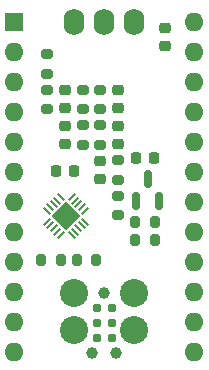
<source format=gts>
G04 #@! TF.GenerationSoftware,KiCad,Pcbnew,7.0.9*
G04 #@! TF.CreationDate,2023-11-23T02:36:07+01:00*
G04 #@! TF.ProjectId,bosch_kf4_pll,626f7363-685f-46b6-9634-5f706c6c2e6b,2*
G04 #@! TF.SameCoordinates,Original*
G04 #@! TF.FileFunction,Soldermask,Top*
G04 #@! TF.FilePolarity,Negative*
%FSLAX46Y46*%
G04 Gerber Fmt 4.6, Leading zero omitted, Abs format (unit mm)*
G04 Created by KiCad (PCBNEW 7.0.9) date 2023-11-23 02:36:07*
%MOMM*%
%LPD*%
G01*
G04 APERTURE LIST*
G04 Aperture macros list*
%AMRoundRect*
0 Rectangle with rounded corners*
0 $1 Rounding radius*
0 $2 $3 $4 $5 $6 $7 $8 $9 X,Y pos of 4 corners*
0 Add a 4 corners polygon primitive as box body*
4,1,4,$2,$3,$4,$5,$6,$7,$8,$9,$2,$3,0*
0 Add four circle primitives for the rounded corners*
1,1,$1+$1,$2,$3*
1,1,$1+$1,$4,$5*
1,1,$1+$1,$6,$7*
1,1,$1+$1,$8,$9*
0 Add four rect primitives between the rounded corners*
20,1,$1+$1,$2,$3,$4,$5,0*
20,1,$1+$1,$4,$5,$6,$7,0*
20,1,$1+$1,$6,$7,$8,$9,0*
20,1,$1+$1,$8,$9,$2,$3,0*%
%AMRotRect*
0 Rectangle, with rotation*
0 The origin of the aperture is its center*
0 $1 length*
0 $2 width*
0 $3 Rotation angle, in degrees counterclockwise*
0 Add horizontal line*
21,1,$1,$2,0,0,$3*%
G04 Aperture macros list end*
%ADD10O,1.750000X2.250000*%
%ADD11RoundRect,0.200000X0.200000X0.275000X-0.200000X0.275000X-0.200000X-0.275000X0.200000X-0.275000X0*%
%ADD12RoundRect,0.200000X0.275000X-0.200000X0.275000X0.200000X-0.275000X0.200000X-0.275000X-0.200000X0*%
%ADD13RoundRect,0.225000X-0.225000X-0.250000X0.225000X-0.250000X0.225000X0.250000X-0.225000X0.250000X0*%
%ADD14RoundRect,0.200000X-0.275000X0.200000X-0.275000X-0.200000X0.275000X-0.200000X0.275000X0.200000X0*%
%ADD15C,2.374900*%
%ADD16C,0.990600*%
%ADD17C,0.787400*%
%ADD18RoundRect,0.050000X0.220971X0.291682X-0.291682X-0.220971X-0.220971X-0.291682X0.291682X0.220971X0*%
%ADD19RoundRect,0.050000X-0.220971X0.291682X-0.291682X0.220971X0.220971X-0.291682X0.291682X-0.220971X0*%
%ADD20RotRect,1.700000X1.700000X225.000000*%
%ADD21RoundRect,0.200000X-0.200000X-0.275000X0.200000X-0.275000X0.200000X0.275000X-0.200000X0.275000X0*%
%ADD22R,1.600000X1.600000*%
%ADD23O,1.600000X1.600000*%
%ADD24RoundRect,0.150000X0.150000X-0.587500X0.150000X0.587500X-0.150000X0.587500X-0.150000X-0.587500X0*%
%ADD25RoundRect,0.225000X0.250000X-0.225000X0.250000X0.225000X-0.250000X0.225000X-0.250000X-0.225000X0*%
%ADD26RoundRect,0.225000X-0.250000X0.225000X-0.250000X-0.225000X0.250000X-0.225000X0.250000X0.225000X0*%
G04 APERTURE END LIST*
D10*
X144282500Y-77530000D03*
X146822500Y-77530000D03*
X149362500Y-77530000D03*
D11*
X146142500Y-97730000D03*
X144492500Y-97730000D03*
D12*
X144987500Y-84925000D03*
X144987500Y-83275000D03*
D13*
X142712500Y-90200000D03*
X144262500Y-90200000D03*
D14*
X146487500Y-83275000D03*
X146487500Y-84925000D03*
D15*
X149377500Y-100490000D03*
D16*
X146837500Y-100490000D03*
D15*
X144297500Y-100490000D03*
X149377500Y-103665000D03*
X144297500Y-103665000D03*
D16*
X147853500Y-105570000D03*
X145821500Y-105570000D03*
D17*
X146202500Y-101760000D03*
X147472500Y-101760000D03*
X146202500Y-103030000D03*
X147472500Y-103030000D03*
X146202500Y-104300000D03*
X147472500Y-104300000D03*
D18*
X145187329Y-93531542D03*
X144904486Y-93248699D03*
X144621644Y-92965856D03*
X144338801Y-92683014D03*
X144055958Y-92400171D03*
D19*
X143119042Y-92400171D03*
X142836199Y-92683014D03*
X142553356Y-92965856D03*
X142270514Y-93248699D03*
X141987671Y-93531542D03*
D18*
X141987671Y-94468458D03*
X142270514Y-94751301D03*
X142553356Y-95034144D03*
X142836199Y-95316986D03*
X143119042Y-95599829D03*
D19*
X144055958Y-95599829D03*
X144338801Y-95316986D03*
X144621644Y-95034144D03*
X144904486Y-94751301D03*
X145187329Y-94468458D03*
D20*
X143587500Y-94000000D03*
D21*
X149462500Y-96000000D03*
X151112500Y-96000000D03*
D14*
X141987500Y-80275000D03*
X141987500Y-81925000D03*
D22*
X139217500Y-77530000D03*
D23*
X139217500Y-80070000D03*
X139217500Y-82610000D03*
X139217500Y-85150000D03*
X139217500Y-87690000D03*
X139217500Y-90230000D03*
X139217500Y-92770000D03*
X139217500Y-95310000D03*
X139217500Y-97850000D03*
X139217500Y-100390000D03*
X139217500Y-102930000D03*
X139217500Y-105470000D03*
X154457500Y-105470000D03*
X154457500Y-102930000D03*
X154457500Y-100390000D03*
X154457500Y-97850000D03*
X154457500Y-95310000D03*
X154457500Y-92770000D03*
X154457500Y-90230000D03*
X154457500Y-87690000D03*
X154457500Y-85150000D03*
X154457500Y-82610000D03*
X154457500Y-80070000D03*
X154457500Y-77530000D03*
D14*
X141987500Y-83275000D03*
X141987500Y-84925000D03*
D24*
X149537500Y-92737500D03*
X151437500Y-92737500D03*
X150487500Y-90862500D03*
D25*
X147987500Y-84875000D03*
X147987500Y-83325000D03*
D26*
X143487500Y-86325000D03*
X143487500Y-87875000D03*
D25*
X151987500Y-79575000D03*
X151987500Y-78025000D03*
D14*
X146487500Y-86275000D03*
X146487500Y-87925000D03*
D13*
X149512500Y-89100000D03*
X151062500Y-89100000D03*
D26*
X146487500Y-89325000D03*
X146487500Y-90875000D03*
D25*
X147987500Y-87875000D03*
X147987500Y-86325000D03*
D26*
X143487500Y-83325000D03*
X143487500Y-84875000D03*
D14*
X147987500Y-89275000D03*
X147987500Y-90925000D03*
X147987500Y-92275000D03*
X147987500Y-93925000D03*
D21*
X149462500Y-94500000D03*
X151112500Y-94500000D03*
X141492500Y-97730000D03*
X143142500Y-97730000D03*
D12*
X144987500Y-87925000D03*
X144987500Y-86275000D03*
M02*

</source>
